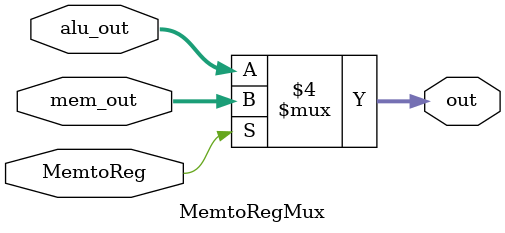
<source format=v>
`timescale 1ns / 1ps

module MemtoRegMux(
    input [31:0] alu_out, // come from ALU
    input [31:0] mem_out, // come from data memory
    input MemtoReg,       // come from control unit
    output reg [31:0] out
    );

    always @(*) begin
        if (MemtoReg == 1)
            out <= mem_out;
        else
            out <= alu_out;
    end
endmodule

</source>
